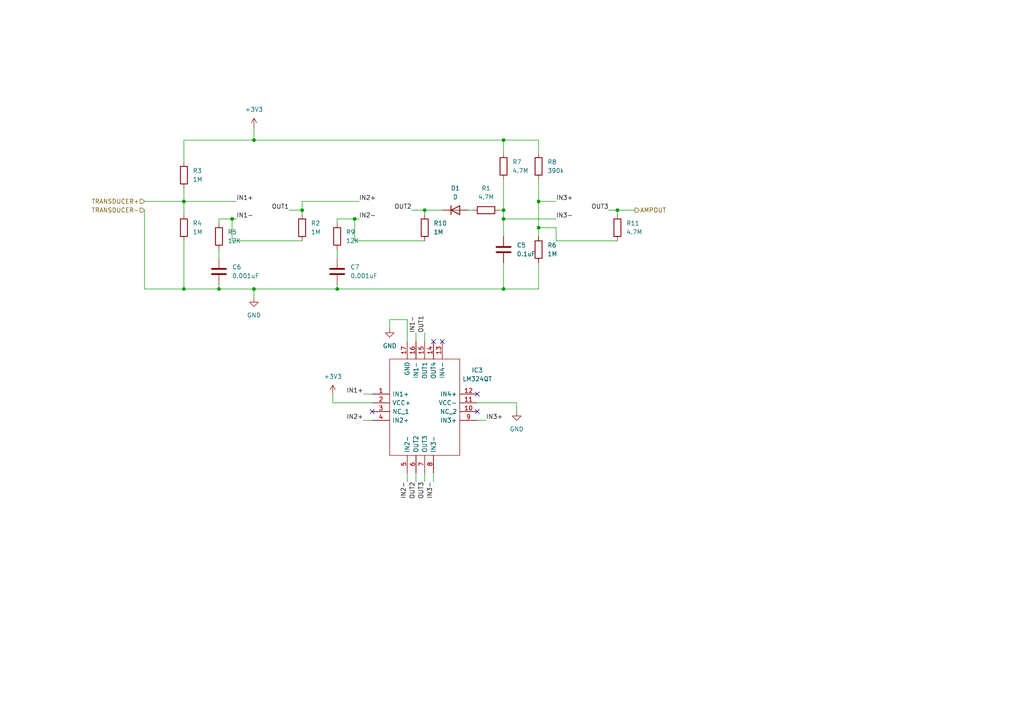
<source format=kicad_sch>
(kicad_sch (version 20230121) (generator eeschema)
  (paper "A4")
  (lib_symbols
    (symbol "Device:C" (pin_numbers hide) (pin_names (offset 0.254))
      (property "Reference" "C" (at 0.635 2.54 0))
      (property "Value" "C" (at 0.635 -2.54 0))
      (symbol "C_0_1"
        (polyline (pts (xy -2.032 -0.762) (xy 2.032 -0.762)) (stroke (width 0.508)))
        (polyline (pts (xy -2.032 0.762) (xy 2.032 0.762)) (stroke (width 0.508)))
      )
      (symbol "C_1_1"
        (pin passive line (at 0 3.81 270) (length 2.794) (name "~") (number "1"))
        (pin passive line (at 0 -3.81 90) (length 2.794) (name "~") (number "2"))
      )
    )
    (symbol "Device:D" (pin_numbers hide) (pin_names (offset 1.016) hide)
      (property "Reference" "D" (at 0 2.54 0))
      (property "Value" "D" (at 0 -2.54 0))
      (symbol "D_0_1"
        (polyline (pts (xy -1.27 1.27) (xy -1.27 -1.27)) (stroke (width 0.254)))
        (polyline (pts (xy 1.27 0) (xy -1.27 0)))
        (polyline (pts (xy 1.27 1.27) (xy 1.27 -1.27) (xy -1.27 0) (xy 1.27 1.27)) (stroke (width 0.254)))
      )
      (symbol "D_1_1"
        (pin passive line (at -3.81 0 0) (length 2.54) (name "K") (number "1"))
        (pin passive line (at 3.81 0 180) (length 2.54) (name "A") (number "2"))
      )
    )
    (symbol "Device:R" (pin_numbers hide) (pin_names (offset 0))
      (property "Reference" "R" (at 2.032 0 90))
      (property "Value" "R" (at 0 0 90))
      (symbol "R_0_1"
        (rectangle (start -1.016 -2.54) (end 1.016 2.54) (stroke (width 0.254)))
      )
      (symbol "R_1_1"
        (pin passive line (at 0 3.81 270) (length 1.27) (name "~") (number "1"))
        (pin passive line (at 0 -3.81 90) (length 1.27) (name "~") (number "2"))
      )
    )
    (symbol "SamacSys_Parts:LM324QT" (pin_names (offset 0.762))
      (property "Reference" "IC" (at 26.67 15.24 0))
      (property "Value" "LM324QT" (at 26.67 12.7 0))
      (symbol "LM324QT_0_0"
        (pin passive line (at 0 0 0) (length 5.08) (name "IN1+") (number "1"))
        (pin passive line (at 30.48 -5.08 180) (length 5.08) (name "NC_2") (number "10"))
        (pin passive line (at 30.48 -2.54 180) (length 5.08) (name "VCC-") (number "11"))
        (pin passive line (at 30.48 0 180) (length 5.08) (name "IN4+") (number "12"))
        (pin passive line (at 20.32 15.24 270) (length 5.08) (name "IN4-") (number "13"))
        (pin passive line (at 17.78 15.24 270) (length 5.08) (name "OUT4") (number "14"))
        (pin passive line (at 15.24 15.24 270) (length 5.08) (name "OUT1") (number "15"))
        (pin passive line (at 12.7 15.24 270) (length 5.08) (name "IN1-") (number "16"))
        (pin passive line (at 10.16 15.24 270) (length 5.08) (name "GND") (number "17"))
        (pin passive line (at 0 -2.54 0) (length 5.08) (name "VCC+") (number "2"))
        (pin passive line (at 0 -5.08 0) (length 5.08) (name "NC_1") (number "3"))
        (pin passive line (at 0 -7.62 0) (length 5.08) (name "IN2+") (number "4"))
        (pin passive line (at 10.16 -22.86 90) (length 5.08) (name "IN2-") (number "5"))
        (pin passive line (at 12.7 -22.86 90) (length 5.08) (name "OUT2") (number "6"))
        (pin passive line (at 15.24 -22.86 90) (length 5.08) (name "OUT3") (number "7"))
        (pin passive line (at 17.78 -22.86 90) (length 5.08) (name "IN3-") (number "8"))
        (pin passive line (at 30.48 -7.62 180) (length 5.08) (name "IN3+") (number "9"))
      )
      (symbol "LM324QT_0_1"
        (polyline (pts (xy 5.08 10.16) (xy 25.4 10.16) (xy 25.4 -17.78) (xy 5.08 -17.78) (xy 5.08 10.16)) (stroke (width 0.1524)))
      )
    )
    (symbol "power:+3V3" (power) (pin_names (offset 0))
      (property "Value" "+3V3" (at 0 3.556 0))
      (symbol "+3V3_0_1"
        (polyline (pts (xy -0.762 1.27) (xy 0 2.54)))
        (polyline (pts (xy 0 0) (xy 0 2.54)))
        (polyline (pts (xy 0 2.54) (xy 0.762 1.27)))
      )
      (symbol "+3V3_1_1"
        (pin power_in line (at 0 0 90) (length 0) hide (name "+3V3") (number "1"))
      )
    )
    (symbol "power:GND" (power) (pin_names (offset 0))
      (property "Value" "GND" (at 0 -3.81 0))
      (symbol "GND_0_1"
        (polyline (pts (xy 0 0) (xy 0 -1.27) (xy 1.27 -1.27) (xy 0 -2.54) (xy -1.27 -1.27) (xy 0 -1.27)))
      )
      (symbol "GND_1_1"
        (pin power_in line (at 0 0 270) (length 0) hide (name "GND") (number "1"))
      )
    )
  )
  (junction (at 53.34 83.82))
  (junction (at 146.05 60.96))
  (junction (at 156.21 66.04))
  (junction (at 146.05 40.64))
  (junction (at 53.34 58.42))
  (junction (at 156.21 58.42))
  (junction (at 87.63 60.96))
  (junction (at 67.31 63.5))
  (junction (at 102.87 63.5))
  (junction (at 123.19 60.96))
  (junction (at 73.66 40.64))
  (junction (at 146.05 83.82))
  (junction (at 97.79 83.82))
  (junction (at 146.05 63.5))
  (junction (at 63.5 83.82))
  (junction (at 179.07 60.96))
  (junction (at 73.66 83.82))
  (no_connect (at 107.95 119.38))
  (no_connect (at 128.27 99.06))
  (no_connect (at 138.43 114.3))
  (no_connect (at 138.43 119.38))
  (no_connect (at 125.73 99.06))
  (wire (pts (xy 53.34 83.82) (xy 63.5 83.82)))
  (wire (pts (xy 73.66 40.64) (xy 146.05 40.64)))
  (wire (pts (xy 146.05 63.5) (xy 161.29 63.5)))
  (wire (pts (xy 63.5 63.5) (xy 67.31 63.5)))
  (wire (pts (xy 97.79 72.39) (xy 97.79 74.93)))
  (wire (pts (xy 97.79 64.77) (xy 97.79 63.5)))
  (wire (pts (xy 156.21 83.82) (xy 146.05 83.82)))
  (wire (pts (xy 156.21 58.42) (xy 156.21 66.04)))
  (wire (pts (xy 53.34 58.42) (xy 53.34 62.23)))
  (wire (pts (xy 144.78 60.96) (xy 146.05 60.96)))
  (wire (pts (xy 53.34 46.99) (xy 53.34 40.64)))
  (wire (pts (xy 67.31 69.85) (xy 67.31 63.5)))
  (wire (pts (xy 73.66 36.83) (xy 73.66 40.64)))
  (wire (pts (xy 123.19 137.16) (xy 123.19 139.7)))
  (wire (pts (xy 120.65 137.16) (xy 120.65 139.7)))
  (wire (pts (xy 102.87 63.5) (xy 104.14 63.5)))
  (wire (pts (xy 146.05 63.5) (xy 146.05 68.58)))
  (wire (pts (xy 156.21 66.04) (xy 156.21 68.58)))
  (wire (pts (xy 41.91 60.96) (xy 41.91 83.82)))
  (wire (pts (xy 123.19 60.96) (xy 123.19 62.23)))
  (wire (pts (xy 118.11 99.06) (xy 118.11 92.71)))
  (wire (pts (xy 67.31 63.5) (xy 68.58 63.5)))
  (wire (pts (xy 102.87 69.85) (xy 102.87 63.5)))
  (wire (pts (xy 156.21 76.2) (xy 156.21 83.82)))
  (wire (pts (xy 156.21 40.64) (xy 156.21 44.45)))
  (wire (pts (xy 63.5 72.39) (xy 63.5 74.93)))
  (wire (pts (xy 156.21 58.42) (xy 161.29 58.42)))
  (wire (pts (xy 118.11 137.16) (xy 118.11 139.7)))
  (wire (pts (xy 104.14 58.42) (xy 87.63 58.42)))
  (wire (pts (xy 53.34 54.61) (xy 53.34 58.42)))
  (wire (pts (xy 63.5 83.82) (xy 73.66 83.82)))
  (wire (pts (xy 179.07 60.96) (xy 179.07 62.23)))
  (wire (pts (xy 138.43 121.92) (xy 140.97 121.92)))
  (wire (pts (xy 87.63 58.42) (xy 87.63 60.96)))
  (wire (pts (xy 146.05 60.96) (xy 146.05 52.07)))
  (wire (pts (xy 135.89 60.96) (xy 137.16 60.96)))
  (wire (pts (xy 41.91 58.42) (xy 53.34 58.42)))
  (wire (pts (xy 179.07 69.85) (xy 161.29 69.85)))
  (wire (pts (xy 123.19 96.52) (xy 123.19 99.06)))
  (wire (pts (xy 149.86 116.84) (xy 149.86 119.38)))
  (wire (pts (xy 146.05 60.96) (xy 146.05 63.5)))
  (wire (pts (xy 53.34 58.42) (xy 68.58 58.42)))
  (wire (pts (xy 87.63 60.96) (xy 87.63 62.23)))
  (wire (pts (xy 63.5 82.55) (xy 63.5 83.82)))
  (wire (pts (xy 113.03 92.71) (xy 113.03 95.25)))
  (wire (pts (xy 105.41 121.92) (xy 107.95 121.92)))
  (wire (pts (xy 73.66 83.82) (xy 73.66 86.36)))
  (wire (pts (xy 123.19 60.96) (xy 128.27 60.96)))
  (wire (pts (xy 146.05 40.64) (xy 156.21 40.64)))
  (wire (pts (xy 107.95 116.84) (xy 96.52 116.84)))
  (wire (pts (xy 97.79 83.82) (xy 73.66 83.82)))
  (wire (pts (xy 138.43 116.84) (xy 149.86 116.84)))
  (wire (pts (xy 67.31 69.85) (xy 87.63 69.85)))
  (wire (pts (xy 123.19 69.85) (xy 102.87 69.85)))
  (wire (pts (xy 53.34 69.85) (xy 53.34 83.82)))
  (wire (pts (xy 63.5 64.77) (xy 63.5 63.5)))
  (wire (pts (xy 146.05 83.82) (xy 97.79 83.82)))
  (wire (pts (xy 96.52 116.84) (xy 96.52 114.3)))
  (wire (pts (xy 97.79 82.55) (xy 97.79 83.82)))
  (wire (pts (xy 41.91 83.82) (xy 53.34 83.82)))
  (wire (pts (xy 179.07 60.96) (xy 184.15 60.96)))
  (wire (pts (xy 125.73 137.16) (xy 125.73 139.7)))
  (wire (pts (xy 83.82 60.96) (xy 87.63 60.96)))
  (wire (pts (xy 156.21 52.07) (xy 156.21 58.42)))
  (wire (pts (xy 161.29 69.85) (xy 161.29 66.04)))
  (wire (pts (xy 119.38 60.96) (xy 123.19 60.96)))
  (wire (pts (xy 118.11 92.71) (xy 113.03 92.71)))
  (wire (pts (xy 120.65 96.52) (xy 120.65 99.06)))
  (wire (pts (xy 146.05 40.64) (xy 146.05 44.45)))
  (wire (pts (xy 97.79 63.5) (xy 102.87 63.5)))
  (wire (pts (xy 161.29 66.04) (xy 156.21 66.04)))
  (wire (pts (xy 105.41 114.3) (xy 107.95 114.3)))
  (wire (pts (xy 146.05 76.2) (xy 146.05 83.82)))
  (wire (pts (xy 176.53 60.96) (xy 179.07 60.96)))
  (wire (pts (xy 53.34 40.64) (xy 73.66 40.64)))
  (label "OUT3" (at 123.19 139.7 270))
  (label "IN2-" (at 104.14 63.5 0))
  (label "OUT1" (at 83.82 60.96 180))
  (label "IN1+" (at 105.41 114.3 180))
  (label "IN3+" (at 140.97 121.92 0))
  (label "OUT2" (at 119.38 60.96 180))
  (label "OUT3" (at 176.53 60.96 180))
  (label "IN2+" (at 104.14 58.42 0))
  (label "IN3+" (at 161.29 58.42 0))
  (label "IN1-" (at 120.65 96.52 90))
  (label "IN2+" (at 105.41 121.92 180))
  (label "IN3-" (at 125.73 139.7 270))
  (label "OUT2" (at 120.65 139.7 270))
  (label "IN1+" (at 68.58 58.42 0))
  (label "IN3-" (at 161.29 63.5 0))
  (label "IN1-" (at 68.58 63.5 0))
  (label "OUT1" (at 123.19 96.52 90))
  (label "IN2-" (at 118.11 139.7 270))
  (hierarchical_label "TRANSDUCER-" (shape input) (at 41.91 60.96 180))
  (hierarchical_label "TRANSDUCER+" (shape input) (at 41.91 58.42 180))
  (hierarchical_label "AMPOUT" (shape output) (at 184.15 60.96 0))
  (symbol (lib_id "Device:R") (at 53.34 50.8 0) (unit 1)
    (property "Reference" "R3" (at 55.88 49.53 0) (effects (justify left)))
    (property "Value" "1M" (at 55.88 52.07 0) (effects (justify left)))
    (property "Footprint" "Resistor_SMD:R_0402_1005Metric" (effects hide))
  )
  (symbol (lib_id "Device:C") (at 97.79 78.74 0) (unit 1)
    (property "Reference" "C7" (at 101.6 77.47 0) (effects (justify left)))
    (property "Value" "0.001uF" (at 101.6 80.01 0) (effects (justify left)))
    (property "Footprint" "Capacitor_SMD:C_0402_1005Metric" (effects hide))
  )
  (symbol (lib_id "Device:R") (at 156.21 48.26 0) (unit 1)
    (property "Reference" "R8" (at 158.75 46.99 0) (effects (justify left)))
    (property "Value" "390k" (at 158.75 49.53 0) (effects (justify left)))
    (property "Footprint" "Resistor_SMD:R_0402_1005Metric" (effects hide))
  )
  (symbol (lib_id "Device:R") (at 156.21 72.39 0) (unit 1)
    (property "Reference" "R6" (at 158.75 71.12 0) (effects (justify left)))
    (property "Value" "1M" (at 158.75 73.66 0) (effects (justify left)))
    (property "Footprint" "Resistor_SMD:R_0402_1005Metric" (effects hide))
  )
  (symbol (lib_id "Device:R") (at 123.19 66.04 0) (unit 1)
    (property "Reference" "R10" (at 125.73 64.77 0) (effects (justify left)))
    (property "Value" "1M" (at 125.73 67.31 0) (effects (justify left)))
    (property "Footprint" "Resistor_SMD:R_0402_1005Metric" (effects hide))
  )
  (symbol (lib_id "Device:R") (at 146.05 48.26 0) (unit 1)
    (property "Reference" "R7" (at 148.59 46.99 0) (effects (justify left)))
    (property "Value" "4.7M" (at 148.59 49.53 0) (effects (justify left)))
    (property "Footprint" "Resistor_SMD:R_0402_1005Metric" (effects hide))
  )
  (symbol (lib_id "Device:R") (at 87.63 66.04 0) (unit 1)
    (property "Reference" "R2" (at 90.17 64.77 0) (effects (justify left)))
    (property "Value" "1M" (at 90.17 67.31 0) (effects (justify left)))
    (property "Footprint" "Resistor_SMD:R_0402_1005Metric" (effects hide))
  )
  (symbol (lib_id "power:GND") (at 73.66 86.36 0) (unit 1)
    (property "Reference" "#PWR016" (effects hide))
    (property "Value" "GND" (at 73.66 91.44 0))
  )
  (symbol (lib_id "power:GND") (at 149.86 119.38 0) (unit 1)
    (property "Reference" "#PWR013" (effects hide))
    (property "Value" "GND" (at 149.86 124.46 0))
  )
  (symbol (lib_id "power:+3V3") (at 73.66 36.83 0) (unit 1)
    (property "Reference" "#PWR020" (effects hide))
    (property "Value" "+3V3" (at 73.66 31.75 0))
  )
  (symbol (lib_id "Device:C") (at 63.5 78.74 0) (unit 1)
    (property "Reference" "C6" (at 67.31 77.47 0) (effects (justify left)))
    (property "Value" "0.001uF" (at 67.31 80.01 0) (effects (justify left)))
    (property "Footprint" "Capacitor_SMD:C_0402_1005Metric" (effects hide))
  )
  (symbol (lib_id "Device:R") (at 179.07 66.04 0) (unit 1)
    (property "Reference" "R11" (at 181.61 64.77 0) (effects (justify left)))
    (property "Value" "4.7M" (at 181.61 67.31 0) (effects (justify left)))
    (property "Footprint" "Resistor_SMD:R_0402_1005Metric" (effects hide))
  )
  (symbol (lib_id "Device:R") (at 97.79 68.58 0) (unit 1)
    (property "Reference" "R9" (at 100.33 67.31 0) (effects (justify left)))
    (property "Value" "12K" (at 100.33 69.85 0) (effects (justify left)))
    (property "Footprint" "Resistor_SMD:R_0402_1005Metric" (effects hide))
  )
  (symbol (lib_id "Device:C") (at 146.05 72.39 0) (unit 1)
    (property "Reference" "C5" (at 149.86 71.12 0) (effects (justify left)))
    (property "Value" "0.1uF" (at 149.86 73.66 0) (effects (justify left)))
    (property "Footprint" "Capacitor_SMD:C_0402_1005Metric" (effects hide))
  )
  (symbol (lib_id "power:GND") (at 113.03 95.25 0) (unit 1)
    (property "Reference" "#PWR041" (effects hide))
    (property "Value" "GND" (at 113.03 100.33 0))
  )
  (symbol (lib_id "Device:R") (at 53.34 66.04 0) (unit 1)
    (property "Reference" "R4" (at 55.88 64.77 0) (effects (justify left)))
    (property "Value" "1M" (at 55.88 67.31 0) (effects (justify left)))
    (property "Footprint" "Resistor_SMD:R_0402_1005Metric" (effects hide))
  )
  (symbol (lib_id "power:+3V3") (at 96.52 114.3 0) (unit 1)
    (property "Reference" "#PWR011" (effects hide))
    (property "Value" "+3V3" (at 96.52 109.22 0))
  )
  (symbol (lib_id "SamacSys_Parts:LM324QT") (at 107.95 114.3 0) (unit 1)
    (property "Reference" "IC3" (at 138.43 107.3719 0))
    (property "Value" "LM324QT" (at 138.43 109.9119 0))
    (property "Footprint" "QFN50P300X300X100-17N" (effects hide))
    (property "Datasheet" "https://www.st.com/resource/en/datasheet/lm324.pdf" (effects hide))
    (property "Description" "Operational Amplifiers - Op Amps Low Power QUAD 1.3 MHz 100dB" (effects hide))
    (property "Height" "1" (effects hide))
    (property "Mouser Part Number" "511-LM324QT" (effects hide))
    (property "Mouser Price/Stock" "https://www.mouser.co.uk/ProductDetail/STMicroelectronics/LM324QT?qs=T%2FOtf55vL7e5ZEne1Q0m9Q%3D%3D" (effects hide))
    (property "Manufacturer_Name" "STMicroelectronics" (effects hide))
    (property "Manufacturer_Part_Number" "LM324QT" (effects hide))
  )
  (symbol (lib_id "Device:R") (at 63.5 68.58 0) (unit 1)
    (property "Reference" "R5" (at 66.04 67.31 0) (effects (justify left)))
    (property "Value" "12K" (at 66.04 69.85 0) (effects (justify left)))
    (property "Footprint" "Resistor_SMD:R_0402_1005Metric" (effects hide))
  )
  (symbol (lib_id "Device:R") (at 140.97 60.96 90) (unit 1)
    (property "Reference" "R1" (at 140.97 54.61 90))
    (property "Value" "4.7M" (at 140.97 57.15 90))
    (property "Footprint" "Resistor_SMD:R_0402_1005Metric" (effects hide))
  )
  (symbol (lib_id "Device:D") (at 132.08 60.96 0) (unit 1)
    (property "Reference" "D1" (at 132.08 54.61 0))
    (property "Value" "D" (at 132.08 57.15 0))
    (property "Footprint" "Diode_SMD:D_0402_1005Metric" (effects hide))
    (property "Sim.Device" "D" (effects hide))
    (property "Sim.Pins" "1=K 2=A" (effects hide))
  )
)
</source>
